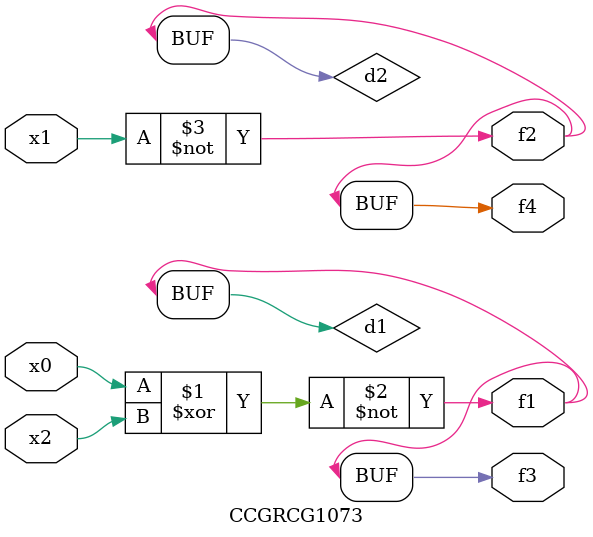
<source format=v>
module CCGRCG1073(
	input x0, x1, x2,
	output f1, f2, f3, f4
);

	wire d1, d2, d3;

	xnor (d1, x0, x2);
	nand (d2, x1);
	nor (d3, x1, x2);
	assign f1 = d1;
	assign f2 = d2;
	assign f3 = d1;
	assign f4 = d2;
endmodule

</source>
